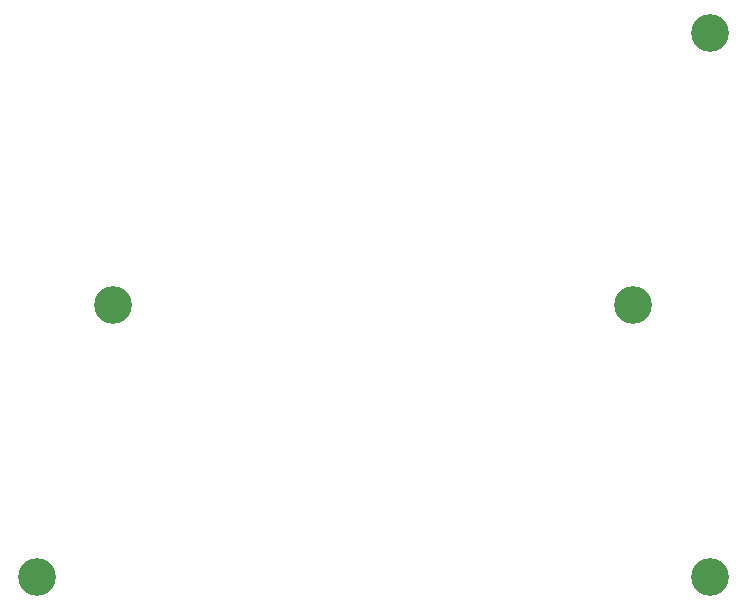
<source format=gbr>
%TF.GenerationSoftware,Altium Limited,Altium Designer,20.1.8 (145)*%
G04 Layer_Color=0*
%FSLAX45Y45*%
%MOMM*%
%TF.SameCoordinates,5C14931A-3E48-49F5-90A4-00D45644C4A5*%
%TF.FilePolarity,Positive*%
%TF.FileFunction,NonPlated,1,2,NPTH,Drill*%
%TF.Part,Single*%
G01*
G75*
%TA.AperFunction,OtherDrill,Pad Free-BM 1 (54.5mm,27mm)*%
%ADD70C,3.20000*%
%TA.AperFunction,OtherDrill,Pad Free-BM2 (10.5mm,27mm)*%
%ADD71C,3.20000*%
%TA.AperFunction,OtherDrill,Pad Free-MT1 (61mm,50mm)*%
%ADD72C,3.20000*%
%TA.AperFunction,OtherDrill,Pad Free-MT2 (61mm,4mm)*%
%ADD73C,3.20000*%
%TA.AperFunction,OtherDrill,Pad Free-MT3 (4mm,4mm)*%
%ADD74C,3.20000*%
D70*
X5450000Y2700000D02*
D03*
D71*
X1050000D02*
D03*
D72*
X6100000Y5000000D02*
D03*
D73*
Y400000D02*
D03*
D74*
X400000D02*
D03*
%TF.MD5,a1f545846dd1756832f1a808b7be70ec*%
M02*

</source>
